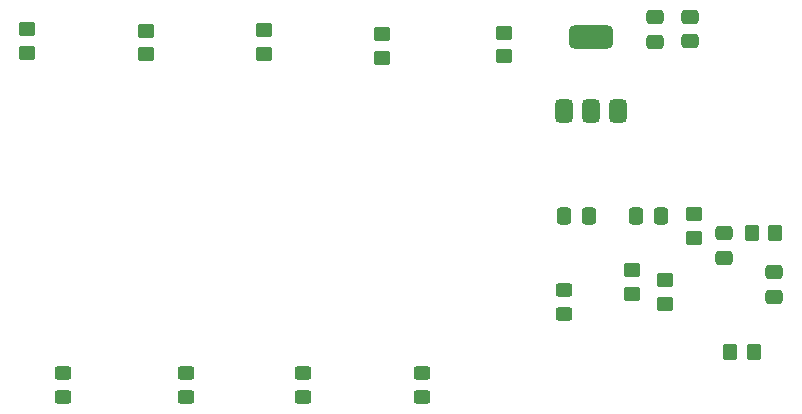
<source format=gbr>
%TF.GenerationSoftware,KiCad,Pcbnew,8.0.4*%
%TF.CreationDate,2025-06-08T15:43:54+10:00*%
%TF.ProjectId,USBPowerBlock,55534250-6f77-4657-9242-6c6f636b2e6b,rev?*%
%TF.SameCoordinates,Original*%
%TF.FileFunction,Paste,Bot*%
%TF.FilePolarity,Positive*%
%FSLAX46Y46*%
G04 Gerber Fmt 4.6, Leading zero omitted, Abs format (unit mm)*
G04 Created by KiCad (PCBNEW 8.0.4) date 2025-06-08 15:43:54*
%MOMM*%
%LPD*%
G01*
G04 APERTURE LIST*
G04 Aperture macros list*
%AMRoundRect*
0 Rectangle with rounded corners*
0 $1 Rounding radius*
0 $2 $3 $4 $5 $6 $7 $8 $9 X,Y pos of 4 corners*
0 Add a 4 corners polygon primitive as box body*
4,1,4,$2,$3,$4,$5,$6,$7,$8,$9,$2,$3,0*
0 Add four circle primitives for the rounded corners*
1,1,$1+$1,$2,$3*
1,1,$1+$1,$4,$5*
1,1,$1+$1,$6,$7*
1,1,$1+$1,$8,$9*
0 Add four rect primitives between the rounded corners*
20,1,$1+$1,$2,$3,$4,$5,0*
20,1,$1+$1,$4,$5,$6,$7,0*
20,1,$1+$1,$6,$7,$8,$9,0*
20,1,$1+$1,$8,$9,$2,$3,0*%
G04 Aperture macros list end*
%ADD10RoundRect,0.250000X0.450000X-0.350000X0.450000X0.350000X-0.450000X0.350000X-0.450000X-0.350000X0*%
%ADD11RoundRect,0.250000X0.450000X-0.325000X0.450000X0.325000X-0.450000X0.325000X-0.450000X-0.325000X0*%
%ADD12RoundRect,0.250000X-0.450000X0.350000X-0.450000X-0.350000X0.450000X-0.350000X0.450000X0.350000X0*%
%ADD13RoundRect,0.250000X0.475000X-0.337500X0.475000X0.337500X-0.475000X0.337500X-0.475000X-0.337500X0*%
%ADD14RoundRect,0.250000X-0.350000X-0.450000X0.350000X-0.450000X0.350000X0.450000X-0.350000X0.450000X0*%
%ADD15RoundRect,0.250000X-0.475000X0.337500X-0.475000X-0.337500X0.475000X-0.337500X0.475000X0.337500X0*%
%ADD16RoundRect,0.375000X0.375000X-0.625000X0.375000X0.625000X-0.375000X0.625000X-0.375000X-0.625000X0*%
%ADD17RoundRect,0.500000X1.400000X-0.500000X1.400000X0.500000X-1.400000X0.500000X-1.400000X-0.500000X0*%
%ADD18RoundRect,0.250000X0.337500X0.475000X-0.337500X0.475000X-0.337500X-0.475000X0.337500X-0.475000X0*%
%ADD19RoundRect,0.250000X0.350000X0.450000X-0.350000X0.450000X-0.350000X-0.450000X0.350000X-0.450000X0*%
%ADD20RoundRect,0.250000X-0.450000X0.325000X-0.450000X-0.325000X0.450000X-0.325000X0.450000X0.325000X0*%
G04 APERTURE END LIST*
D10*
%TO.C,R10*%
X142340000Y-68290000D03*
X142340000Y-66290000D03*
%TD*%
D11*
%TO.C,F1*%
X115340000Y-96995000D03*
X115340000Y-94945000D03*
%TD*%
D12*
%TO.C,R15*%
X168730000Y-81530000D03*
X168730000Y-83530000D03*
%TD*%
D13*
%TO.C,C3*%
X168410000Y-66907500D03*
X168410000Y-64832500D03*
%TD*%
D11*
%TO.C,F3*%
X135650000Y-97015000D03*
X135650000Y-94965000D03*
%TD*%
D14*
%TO.C,R3*%
X173610000Y-83140000D03*
X175610000Y-83140000D03*
%TD*%
D10*
%TO.C,R8*%
X132360000Y-67940000D03*
X132360000Y-65940000D03*
%TD*%
D12*
%TO.C,R4*%
X163470000Y-86260000D03*
X163470000Y-88260000D03*
%TD*%
D13*
%TO.C,C6*%
X165470000Y-66917500D03*
X165470000Y-64842500D03*
%TD*%
D15*
%TO.C,C1*%
X171250000Y-83142500D03*
X171250000Y-85217500D03*
%TD*%
D10*
%TO.C,R12*%
X152660000Y-68160000D03*
X152660000Y-66160000D03*
%TD*%
D16*
%TO.C,U2*%
X162332500Y-72800000D03*
X160032500Y-72800000D03*
D17*
X160032500Y-66500000D03*
D16*
X157732500Y-72800000D03*
%TD*%
D10*
%TO.C,R2*%
X112290000Y-67880000D03*
X112290000Y-65880000D03*
%TD*%
D18*
%TO.C,C5*%
X159807500Y-81730000D03*
X157732500Y-81730000D03*
%TD*%
D19*
%TO.C,R17*%
X173810000Y-93190000D03*
X171810000Y-93190000D03*
%TD*%
D11*
%TO.C,F2*%
X125710000Y-97015000D03*
X125710000Y-94965000D03*
%TD*%
D10*
%TO.C,R6*%
X122320000Y-67990000D03*
X122320000Y-65990000D03*
%TD*%
D18*
%TO.C,C4*%
X165917500Y-81650000D03*
X163842500Y-81650000D03*
%TD*%
D15*
%TO.C,C2*%
X175520000Y-86452500D03*
X175520000Y-88527500D03*
%TD*%
D20*
%TO.C,F5*%
X157730000Y-87915000D03*
X157730000Y-89965000D03*
%TD*%
D12*
%TO.C,R16*%
X166260000Y-87130000D03*
X166260000Y-89130000D03*
%TD*%
D11*
%TO.C,F4*%
X145710000Y-97045000D03*
X145710000Y-94995000D03*
%TD*%
M02*

</source>
